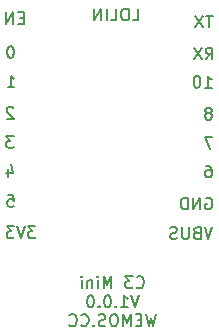
<source format=gbo>
%TF.GenerationSoftware,KiCad,Pcbnew,(6.0.7)*%
%TF.CreationDate,2022-08-05T17:10:29+02:00*%
%TF.ProjectId,C3_mini,43335f6d-696e-4692-9e6b-696361645f70,rev?*%
%TF.SameCoordinates,Original*%
%TF.FileFunction,Legend,Bot*%
%TF.FilePolarity,Positive*%
%FSLAX46Y46*%
G04 Gerber Fmt 4.6, Leading zero omitted, Abs format (unit mm)*
G04 Created by KiCad (PCBNEW (6.0.7)) date 2022-08-05 17:10:29*
%MOMM*%
%LPD*%
G01*
G04 APERTURE LIST*
%ADD10C,0.150000*%
G04 APERTURE END LIST*
D10*
X50666666Y-38452380D02*
X51000000Y-37976190D01*
X51238095Y-38452380D02*
X51238095Y-37452380D01*
X50857142Y-37452380D01*
X50761904Y-37500000D01*
X50714285Y-37547619D01*
X50666666Y-37642857D01*
X50666666Y-37785714D01*
X50714285Y-37880952D01*
X50761904Y-37928571D01*
X50857142Y-37976190D01*
X51238095Y-37976190D01*
X50333333Y-37452380D02*
X49666666Y-38452380D01*
X49666666Y-37452380D02*
X50333333Y-38452380D01*
X34408333Y-44952380D02*
X33789285Y-44952380D01*
X34122619Y-45333333D01*
X33979761Y-45333333D01*
X33884523Y-45380952D01*
X33836904Y-45428571D01*
X33789285Y-45523809D01*
X33789285Y-45761904D01*
X33836904Y-45857142D01*
X33884523Y-45904761D01*
X33979761Y-45952380D01*
X34265476Y-45952380D01*
X34360714Y-45904761D01*
X34408333Y-45857142D01*
X51261904Y-34752380D02*
X50690476Y-34752380D01*
X50976190Y-35752380D02*
X50976190Y-34752380D01*
X50452380Y-34752380D02*
X49785714Y-35752380D01*
X49785714Y-34752380D02*
X50452380Y-35752380D01*
X44822619Y-57722142D02*
X44870238Y-57769761D01*
X45013095Y-57817380D01*
X45108333Y-57817380D01*
X45251190Y-57769761D01*
X45346428Y-57674523D01*
X45394047Y-57579285D01*
X45441666Y-57388809D01*
X45441666Y-57245952D01*
X45394047Y-57055476D01*
X45346428Y-56960238D01*
X45251190Y-56865000D01*
X45108333Y-56817380D01*
X45013095Y-56817380D01*
X44870238Y-56865000D01*
X44822619Y-56912619D01*
X44489285Y-56817380D02*
X43870238Y-56817380D01*
X44203571Y-57198333D01*
X44060714Y-57198333D01*
X43965476Y-57245952D01*
X43917857Y-57293571D01*
X43870238Y-57388809D01*
X43870238Y-57626904D01*
X43917857Y-57722142D01*
X43965476Y-57769761D01*
X44060714Y-57817380D01*
X44346428Y-57817380D01*
X44441666Y-57769761D01*
X44489285Y-57722142D01*
X42679761Y-57817380D02*
X42679761Y-56817380D01*
X42346428Y-57531666D01*
X42013095Y-56817380D01*
X42013095Y-57817380D01*
X41536904Y-57817380D02*
X41536904Y-57150714D01*
X41536904Y-56817380D02*
X41584523Y-56865000D01*
X41536904Y-56912619D01*
X41489285Y-56865000D01*
X41536904Y-56817380D01*
X41536904Y-56912619D01*
X41060714Y-57150714D02*
X41060714Y-57817380D01*
X41060714Y-57245952D02*
X41013095Y-57198333D01*
X40917857Y-57150714D01*
X40775000Y-57150714D01*
X40679761Y-57198333D01*
X40632142Y-57293571D01*
X40632142Y-57817380D01*
X40155952Y-57817380D02*
X40155952Y-57150714D01*
X40155952Y-56817380D02*
X40203571Y-56865000D01*
X40155952Y-56912619D01*
X40108333Y-56865000D01*
X40155952Y-56817380D01*
X40155952Y-56912619D01*
X45013095Y-58427380D02*
X44679761Y-59427380D01*
X44346428Y-58427380D01*
X43489285Y-59427380D02*
X44060714Y-59427380D01*
X43775000Y-59427380D02*
X43775000Y-58427380D01*
X43870238Y-58570238D01*
X43965476Y-58665476D01*
X44060714Y-58713095D01*
X43060714Y-59332142D02*
X43013095Y-59379761D01*
X43060714Y-59427380D01*
X43108333Y-59379761D01*
X43060714Y-59332142D01*
X43060714Y-59427380D01*
X42394047Y-58427380D02*
X42298809Y-58427380D01*
X42203571Y-58475000D01*
X42155952Y-58522619D01*
X42108333Y-58617857D01*
X42060714Y-58808333D01*
X42060714Y-59046428D01*
X42108333Y-59236904D01*
X42155952Y-59332142D01*
X42203571Y-59379761D01*
X42298809Y-59427380D01*
X42394047Y-59427380D01*
X42489285Y-59379761D01*
X42536904Y-59332142D01*
X42584523Y-59236904D01*
X42632142Y-59046428D01*
X42632142Y-58808333D01*
X42584523Y-58617857D01*
X42536904Y-58522619D01*
X42489285Y-58475000D01*
X42394047Y-58427380D01*
X41632142Y-59332142D02*
X41584523Y-59379761D01*
X41632142Y-59427380D01*
X41679761Y-59379761D01*
X41632142Y-59332142D01*
X41632142Y-59427380D01*
X40965476Y-58427380D02*
X40870238Y-58427380D01*
X40775000Y-58475000D01*
X40727380Y-58522619D01*
X40679761Y-58617857D01*
X40632142Y-58808333D01*
X40632142Y-59046428D01*
X40679761Y-59236904D01*
X40727380Y-59332142D01*
X40775000Y-59379761D01*
X40870238Y-59427380D01*
X40965476Y-59427380D01*
X41060714Y-59379761D01*
X41108333Y-59332142D01*
X41155952Y-59236904D01*
X41203571Y-59046428D01*
X41203571Y-58808333D01*
X41155952Y-58617857D01*
X41108333Y-58522619D01*
X41060714Y-58475000D01*
X40965476Y-58427380D01*
X46465476Y-60037380D02*
X46227380Y-61037380D01*
X46036904Y-60323095D01*
X45846428Y-61037380D01*
X45608333Y-60037380D01*
X45227380Y-60513571D02*
X44894047Y-60513571D01*
X44751190Y-61037380D02*
X45227380Y-61037380D01*
X45227380Y-60037380D01*
X44751190Y-60037380D01*
X44322619Y-61037380D02*
X44322619Y-60037380D01*
X43989285Y-60751666D01*
X43655952Y-60037380D01*
X43655952Y-61037380D01*
X42989285Y-60037380D02*
X42798809Y-60037380D01*
X42703571Y-60085000D01*
X42608333Y-60180238D01*
X42560714Y-60370714D01*
X42560714Y-60704047D01*
X42608333Y-60894523D01*
X42703571Y-60989761D01*
X42798809Y-61037380D01*
X42989285Y-61037380D01*
X43084523Y-60989761D01*
X43179761Y-60894523D01*
X43227380Y-60704047D01*
X43227380Y-60370714D01*
X43179761Y-60180238D01*
X43084523Y-60085000D01*
X42989285Y-60037380D01*
X42179761Y-60989761D02*
X42036904Y-61037380D01*
X41798809Y-61037380D01*
X41703571Y-60989761D01*
X41655952Y-60942142D01*
X41608333Y-60846904D01*
X41608333Y-60751666D01*
X41655952Y-60656428D01*
X41703571Y-60608809D01*
X41798809Y-60561190D01*
X41989285Y-60513571D01*
X42084523Y-60465952D01*
X42132142Y-60418333D01*
X42179761Y-60323095D01*
X42179761Y-60227857D01*
X42132142Y-60132619D01*
X42084523Y-60085000D01*
X41989285Y-60037380D01*
X41751190Y-60037380D01*
X41608333Y-60085000D01*
X41179761Y-60942142D02*
X41132142Y-60989761D01*
X41179761Y-61037380D01*
X41227380Y-60989761D01*
X41179761Y-60942142D01*
X41179761Y-61037380D01*
X40132142Y-60942142D02*
X40179761Y-60989761D01*
X40322619Y-61037380D01*
X40417857Y-61037380D01*
X40560714Y-60989761D01*
X40655952Y-60894523D01*
X40703571Y-60799285D01*
X40751190Y-60608809D01*
X40751190Y-60465952D01*
X40703571Y-60275476D01*
X40655952Y-60180238D01*
X40560714Y-60085000D01*
X40417857Y-60037380D01*
X40322619Y-60037380D01*
X40179761Y-60085000D01*
X40132142Y-60132619D01*
X39132142Y-60942142D02*
X39179761Y-60989761D01*
X39322619Y-61037380D01*
X39417857Y-61037380D01*
X39560714Y-60989761D01*
X39655952Y-60894523D01*
X39703571Y-60799285D01*
X39751190Y-60608809D01*
X39751190Y-60465952D01*
X39703571Y-60275476D01*
X39655952Y-60180238D01*
X39560714Y-60085000D01*
X39417857Y-60037380D01*
X39322619Y-60037380D01*
X39179761Y-60085000D01*
X39132142Y-60132619D01*
X51233333Y-52652380D02*
X50900000Y-53652380D01*
X50566666Y-52652380D01*
X49900000Y-53128571D02*
X49757142Y-53176190D01*
X49709523Y-53223809D01*
X49661904Y-53319047D01*
X49661904Y-53461904D01*
X49709523Y-53557142D01*
X49757142Y-53604761D01*
X49852380Y-53652380D01*
X50233333Y-53652380D01*
X50233333Y-52652380D01*
X49900000Y-52652380D01*
X49804761Y-52700000D01*
X49757142Y-52747619D01*
X49709523Y-52842857D01*
X49709523Y-52938095D01*
X49757142Y-53033333D01*
X49804761Y-53080952D01*
X49900000Y-53128571D01*
X50233333Y-53128571D01*
X49233333Y-52652380D02*
X49233333Y-53461904D01*
X49185714Y-53557142D01*
X49138095Y-53604761D01*
X49042857Y-53652380D01*
X48852380Y-53652380D01*
X48757142Y-53604761D01*
X48709523Y-53557142D01*
X48661904Y-53461904D01*
X48661904Y-52652380D01*
X48233333Y-53604761D02*
X48090476Y-53652380D01*
X47852380Y-53652380D01*
X47757142Y-53604761D01*
X47709523Y-53557142D01*
X47661904Y-53461904D01*
X47661904Y-53366666D01*
X47709523Y-53271428D01*
X47757142Y-53223809D01*
X47852380Y-53176190D01*
X48042857Y-53128571D01*
X48138095Y-53080952D01*
X48185714Y-53033333D01*
X48233333Y-52938095D01*
X48233333Y-52842857D01*
X48185714Y-52747619D01*
X48138095Y-52700000D01*
X48042857Y-52652380D01*
X47804761Y-52652380D01*
X47661904Y-52700000D01*
X33909523Y-47710714D02*
X33909523Y-48377380D01*
X34147619Y-47329761D02*
X34385714Y-48044047D01*
X33766666Y-48044047D01*
X34197619Y-37327380D02*
X34102380Y-37327380D01*
X34007142Y-37375000D01*
X33959523Y-37422619D01*
X33911904Y-37517857D01*
X33864285Y-37708333D01*
X33864285Y-37946428D01*
X33911904Y-38136904D01*
X33959523Y-38232142D01*
X34007142Y-38279761D01*
X34102380Y-38327380D01*
X34197619Y-38327380D01*
X34292857Y-38279761D01*
X34340476Y-38232142D01*
X34388095Y-38136904D01*
X34435714Y-37946428D01*
X34435714Y-37708333D01*
X34388095Y-37517857D01*
X34340476Y-37422619D01*
X34292857Y-37375000D01*
X34197619Y-37327380D01*
X51233333Y-45052380D02*
X50566666Y-45052380D01*
X50995238Y-46052380D01*
X33889285Y-40827380D02*
X34460714Y-40827380D01*
X34175000Y-40827380D02*
X34175000Y-39827380D01*
X34270238Y-39970238D01*
X34365476Y-40065476D01*
X34460714Y-40113095D01*
X34385714Y-42572619D02*
X34338095Y-42525000D01*
X34242857Y-42477380D01*
X34004761Y-42477380D01*
X33909523Y-42525000D01*
X33861904Y-42572619D01*
X33814285Y-42667857D01*
X33814285Y-42763095D01*
X33861904Y-42905952D01*
X34433333Y-43477380D01*
X33814285Y-43477380D01*
X50995238Y-42980952D02*
X51090476Y-42933333D01*
X51138095Y-42885714D01*
X51185714Y-42790476D01*
X51185714Y-42742857D01*
X51138095Y-42647619D01*
X51090476Y-42600000D01*
X50995238Y-42552380D01*
X50804761Y-42552380D01*
X50709523Y-42600000D01*
X50661904Y-42647619D01*
X50614285Y-42742857D01*
X50614285Y-42790476D01*
X50661904Y-42885714D01*
X50709523Y-42933333D01*
X50804761Y-42980952D01*
X50995238Y-42980952D01*
X51090476Y-43028571D01*
X51138095Y-43076190D01*
X51185714Y-43171428D01*
X51185714Y-43361904D01*
X51138095Y-43457142D01*
X51090476Y-43504761D01*
X50995238Y-43552380D01*
X50804761Y-43552380D01*
X50709523Y-43504761D01*
X50661904Y-43457142D01*
X50614285Y-43361904D01*
X50614285Y-43171428D01*
X50661904Y-43076190D01*
X50709523Y-43028571D01*
X50804761Y-42980952D01*
X50709523Y-47452380D02*
X50900000Y-47452380D01*
X50995238Y-47500000D01*
X51042857Y-47547619D01*
X51138095Y-47690476D01*
X51185714Y-47880952D01*
X51185714Y-48261904D01*
X51138095Y-48357142D01*
X51090476Y-48404761D01*
X50995238Y-48452380D01*
X50804761Y-48452380D01*
X50709523Y-48404761D01*
X50661904Y-48357142D01*
X50614285Y-48261904D01*
X50614285Y-48023809D01*
X50661904Y-47928571D01*
X50709523Y-47880952D01*
X50804761Y-47833333D01*
X50995238Y-47833333D01*
X51090476Y-47880952D01*
X51138095Y-47928571D01*
X51185714Y-48023809D01*
X33911904Y-49927380D02*
X34388095Y-49927380D01*
X34435714Y-50403571D01*
X34388095Y-50355952D01*
X34292857Y-50308333D01*
X34054761Y-50308333D01*
X33959523Y-50355952D01*
X33911904Y-50403571D01*
X33864285Y-50498809D01*
X33864285Y-50736904D01*
X33911904Y-50832142D01*
X33959523Y-50879761D01*
X34054761Y-50927380D01*
X34292857Y-50927380D01*
X34388095Y-50879761D01*
X34435714Y-50832142D01*
X36238095Y-52602380D02*
X35619047Y-52602380D01*
X35952380Y-52983333D01*
X35809523Y-52983333D01*
X35714285Y-53030952D01*
X35666666Y-53078571D01*
X35619047Y-53173809D01*
X35619047Y-53411904D01*
X35666666Y-53507142D01*
X35714285Y-53554761D01*
X35809523Y-53602380D01*
X36095238Y-53602380D01*
X36190476Y-53554761D01*
X36238095Y-53507142D01*
X35333333Y-52602380D02*
X35000000Y-53602380D01*
X34666666Y-52602380D01*
X34428571Y-52602380D02*
X33809523Y-52602380D01*
X34142857Y-52983333D01*
X34000000Y-52983333D01*
X33904761Y-53030952D01*
X33857142Y-53078571D01*
X33809523Y-53173809D01*
X33809523Y-53411904D01*
X33857142Y-53507142D01*
X33904761Y-53554761D01*
X34000000Y-53602380D01*
X34285714Y-53602380D01*
X34380952Y-53554761D01*
X34428571Y-53507142D01*
X44480952Y-35152380D02*
X44957142Y-35152380D01*
X44957142Y-34152380D01*
X43957142Y-34152380D02*
X43766666Y-34152380D01*
X43671428Y-34200000D01*
X43576190Y-34295238D01*
X43528571Y-34485714D01*
X43528571Y-34819047D01*
X43576190Y-35009523D01*
X43671428Y-35104761D01*
X43766666Y-35152380D01*
X43957142Y-35152380D01*
X44052380Y-35104761D01*
X44147619Y-35009523D01*
X44195238Y-34819047D01*
X44195238Y-34485714D01*
X44147619Y-34295238D01*
X44052380Y-34200000D01*
X43957142Y-34152380D01*
X42623809Y-35152380D02*
X43100000Y-35152380D01*
X43100000Y-34152380D01*
X42290476Y-35152380D02*
X42290476Y-34152380D01*
X41814285Y-35152380D02*
X41814285Y-34152380D01*
X41242857Y-35152380D01*
X41242857Y-34152380D01*
X50590476Y-40852380D02*
X51161904Y-40852380D01*
X50876190Y-40852380D02*
X50876190Y-39852380D01*
X50971428Y-39995238D01*
X51066666Y-40090476D01*
X51161904Y-40138095D01*
X49971428Y-39852380D02*
X49876190Y-39852380D01*
X49780952Y-39900000D01*
X49733333Y-39947619D01*
X49685714Y-40042857D01*
X49638095Y-40233333D01*
X49638095Y-40471428D01*
X49685714Y-40661904D01*
X49733333Y-40757142D01*
X49780952Y-40804761D01*
X49876190Y-40852380D01*
X49971428Y-40852380D01*
X50066666Y-40804761D01*
X50114285Y-40757142D01*
X50161904Y-40661904D01*
X50209523Y-40471428D01*
X50209523Y-40233333D01*
X50161904Y-40042857D01*
X50114285Y-39947619D01*
X50066666Y-39900000D01*
X49971428Y-39852380D01*
X50661904Y-50200000D02*
X50757142Y-50152380D01*
X50900000Y-50152380D01*
X51042857Y-50200000D01*
X51138095Y-50295238D01*
X51185714Y-50390476D01*
X51233333Y-50580952D01*
X51233333Y-50723809D01*
X51185714Y-50914285D01*
X51138095Y-51009523D01*
X51042857Y-51104761D01*
X50900000Y-51152380D01*
X50804761Y-51152380D01*
X50661904Y-51104761D01*
X50614285Y-51057142D01*
X50614285Y-50723809D01*
X50804761Y-50723809D01*
X50185714Y-51152380D02*
X50185714Y-50152380D01*
X49614285Y-51152380D01*
X49614285Y-50152380D01*
X49138095Y-51152380D02*
X49138095Y-50152380D01*
X48900000Y-50152380D01*
X48757142Y-50200000D01*
X48661904Y-50295238D01*
X48614285Y-50390476D01*
X48566666Y-50580952D01*
X48566666Y-50723809D01*
X48614285Y-50914285D01*
X48661904Y-51009523D01*
X48757142Y-51104761D01*
X48900000Y-51152380D01*
X49138095Y-51152380D01*
X35263095Y-34928571D02*
X34929761Y-34928571D01*
X34786904Y-35452380D02*
X35263095Y-35452380D01*
X35263095Y-34452380D01*
X34786904Y-34452380D01*
X34358333Y-35452380D02*
X34358333Y-34452380D01*
X33786904Y-35452380D01*
X33786904Y-34452380D01*
M02*

</source>
